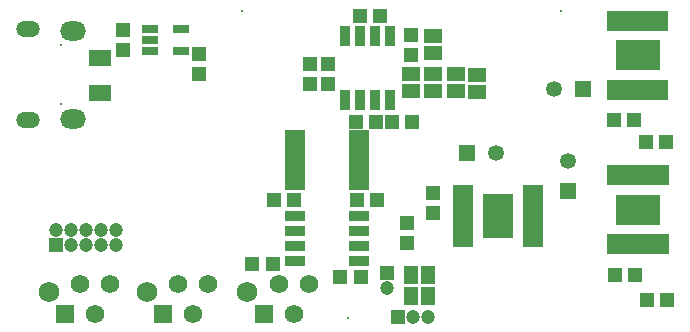
<source format=gbs>
G04*
G04 #@! TF.GenerationSoftware,Altium Limited,Altium Designer,18.1.9 (240)*
G04*
G04 Layer_Color=16711935*
%FSLAX25Y25*%
%MOIN*%
G70*
G01*
G75*
%ADD33R,0.04724X0.05118*%
%ADD39R,0.05118X0.06299*%
%ADD40R,0.05118X0.04724*%
%ADD49C,0.00787*%
%ADD50R,0.06134X0.06134*%
%ADD51C,0.06134*%
%ADD52C,0.06890*%
%ADD53R,0.05315X0.05315*%
%ADD54C,0.05315*%
%ADD55R,0.05315X0.05315*%
%ADD56O,0.08661X0.06496*%
%ADD57O,0.07874X0.05315*%
%ADD58C,0.04724*%
%ADD59R,0.04724X0.04724*%
%ADD60R,0.04724X0.04724*%
%ADD90R,0.06299X0.05118*%
%ADD91R,0.03347X0.06791*%
%ADD92R,0.06791X0.03347*%
%ADD93R,0.06803X0.02500*%
%ADD94R,0.10472X0.14764*%
%ADD95R,0.06594X0.02559*%
%ADD96R,0.14764X0.10472*%
%ADD97R,0.02559X0.06594*%
%ADD98R,0.05591X0.03150*%
%ADD99R,0.07677X0.05276*%
D33*
X128740Y73366D02*
D03*
X135433D02*
D03*
X124921Y108799D02*
D03*
X118228D02*
D03*
X116732Y73366D02*
D03*
X123425D02*
D03*
X82284Y25984D02*
D03*
X88976D02*
D03*
X111614Y21850D02*
D03*
X118307D02*
D03*
X123819Y47441D02*
D03*
X117126D02*
D03*
X96063Y47244D02*
D03*
X89370D02*
D03*
X220374Y13976D02*
D03*
X213681D02*
D03*
X209705Y22404D02*
D03*
X203012D02*
D03*
X220276Y66831D02*
D03*
X213583D02*
D03*
X209606Y73917D02*
D03*
X202913D02*
D03*
D39*
X135039Y15354D02*
D03*
X140945D02*
D03*
Y22441D02*
D03*
X135039D02*
D03*
D40*
X135039Y95807D02*
D03*
Y102500D02*
D03*
X107480Y85965D02*
D03*
Y92658D02*
D03*
X101575Y85965D02*
D03*
Y92658D02*
D03*
X133858Y32874D02*
D03*
Y39567D02*
D03*
X142520Y43150D02*
D03*
Y49843D02*
D03*
X64567Y89370D02*
D03*
Y96063D02*
D03*
X38976Y104134D02*
D03*
Y97441D02*
D03*
D49*
X114173Y7874D02*
D03*
X185039Y110236D02*
D03*
X78740D02*
D03*
X18366Y98992D02*
D03*
Y79307D02*
D03*
D50*
X86063Y9449D02*
D03*
X52598D02*
D03*
X19803D02*
D03*
D51*
X91063Y19449D02*
D03*
X96063Y9449D02*
D03*
X101063Y19449D02*
D03*
X57598D02*
D03*
X62598Y9449D02*
D03*
X67598Y19449D02*
D03*
X24803D02*
D03*
X29803Y9449D02*
D03*
X34803Y19449D02*
D03*
D52*
X80551Y16535D02*
D03*
X47087D02*
D03*
X14291D02*
D03*
D53*
X153642Y62992D02*
D03*
X192520Y84252D02*
D03*
D54*
X163484Y62992D02*
D03*
X187402Y60236D02*
D03*
X182677Y84252D02*
D03*
D55*
X187402Y50394D02*
D03*
D56*
X22500Y103815D02*
D03*
Y74484D02*
D03*
D57*
X7539Y104405D02*
D03*
Y73894D02*
D03*
D58*
X140728Y8366D02*
D03*
X135728D02*
D03*
X127067Y18012D02*
D03*
X36870Y37480D02*
D03*
Y32480D02*
D03*
X31870Y37480D02*
D03*
Y32480D02*
D03*
X26870Y37480D02*
D03*
Y32480D02*
D03*
X21870Y37480D02*
D03*
Y32480D02*
D03*
X16870Y37480D02*
D03*
D59*
X130728Y8366D02*
D03*
X16870Y32480D02*
D03*
D60*
X127067Y23012D02*
D03*
D90*
X150000Y89508D02*
D03*
Y83602D02*
D03*
X157087Y89173D02*
D03*
Y83268D02*
D03*
X135039Y89508D02*
D03*
Y83602D02*
D03*
X142520Y89508D02*
D03*
Y83602D02*
D03*
Y96201D02*
D03*
Y102106D02*
D03*
D91*
X128228Y80752D02*
D03*
X123228D02*
D03*
X118228D02*
D03*
X113228D02*
D03*
Y102106D02*
D03*
X118228D02*
D03*
X123228D02*
D03*
X128228D02*
D03*
D92*
X96409Y27146D02*
D03*
Y32146D02*
D03*
Y37146D02*
D03*
Y42146D02*
D03*
X117764D02*
D03*
Y37146D02*
D03*
Y32146D02*
D03*
Y27146D02*
D03*
D93*
X117760Y51882D02*
D03*
Y54378D02*
D03*
Y56882D02*
D03*
Y59378D02*
D03*
Y61882D02*
D03*
Y64378D02*
D03*
Y66882D02*
D03*
Y69378D02*
D03*
X96413D02*
D03*
Y66882D02*
D03*
Y64378D02*
D03*
Y61882D02*
D03*
Y59378D02*
D03*
Y56882D02*
D03*
Y54378D02*
D03*
Y51882D02*
D03*
D94*
X164102Y42126D02*
D03*
D95*
X152535Y51083D02*
D03*
Y48524D02*
D03*
Y45965D02*
D03*
Y43406D02*
D03*
Y40846D02*
D03*
Y38287D02*
D03*
Y35728D02*
D03*
Y33169D02*
D03*
X175669D02*
D03*
Y35728D02*
D03*
Y38287D02*
D03*
Y40846D02*
D03*
Y43406D02*
D03*
Y45965D02*
D03*
Y48524D02*
D03*
Y51083D02*
D03*
D96*
X210728Y44142D02*
D03*
X210630Y95571D02*
D03*
D97*
X201772Y32575D02*
D03*
X204331D02*
D03*
X206890D02*
D03*
X209449D02*
D03*
X212008D02*
D03*
X214567D02*
D03*
X217126D02*
D03*
X219685D02*
D03*
Y55709D02*
D03*
X217126D02*
D03*
X214567D02*
D03*
X212008D02*
D03*
X209449D02*
D03*
X206890D02*
D03*
X204331D02*
D03*
X201772D02*
D03*
X201673Y84004D02*
D03*
X204232D02*
D03*
X206791D02*
D03*
X209350D02*
D03*
X211910D02*
D03*
X214469D02*
D03*
X217028D02*
D03*
X219587D02*
D03*
Y107138D02*
D03*
X217028D02*
D03*
X214469D02*
D03*
X211910D02*
D03*
X209350D02*
D03*
X206791D02*
D03*
X204232D02*
D03*
X201673D02*
D03*
D98*
X48031Y96905D02*
D03*
Y100646D02*
D03*
Y104386D02*
D03*
X58346D02*
D03*
Y96905D02*
D03*
D99*
X31299Y94705D02*
D03*
Y83051D02*
D03*
M02*

</source>
